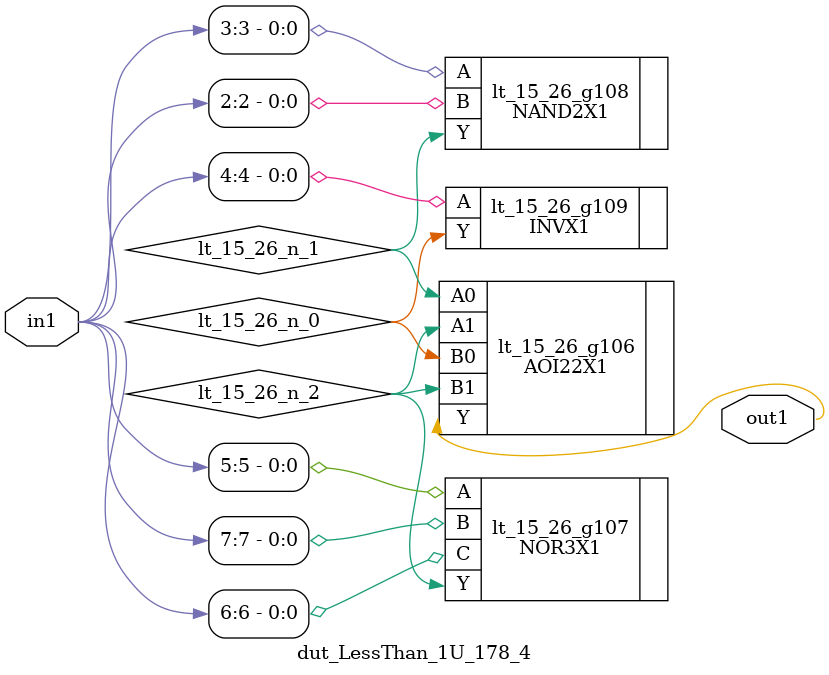
<source format=v>
`timescale 1ps / 1ps


module dut_LessThan_1U_178_4(in1, out1);
  input [7:0] in1;
  output out1;
  wire [7:0] in1;
  wire out1;
  wire lt_15_26_n_0, lt_15_26_n_1, lt_15_26_n_2;
  AOI22X1 lt_15_26_g106(.A0 (lt_15_26_n_1), .A1 (lt_15_26_n_2), .B0
       (lt_15_26_n_0), .B1 (lt_15_26_n_2), .Y (out1));
  NOR3X1 lt_15_26_g107(.A (in1[5]), .B (in1[7]), .C (in1[6]), .Y
       (lt_15_26_n_2));
  NAND2X1 lt_15_26_g108(.A (in1[3]), .B (in1[2]), .Y (lt_15_26_n_1));
  INVX1 lt_15_26_g109(.A (in1[4]), .Y (lt_15_26_n_0));
endmodule



</source>
